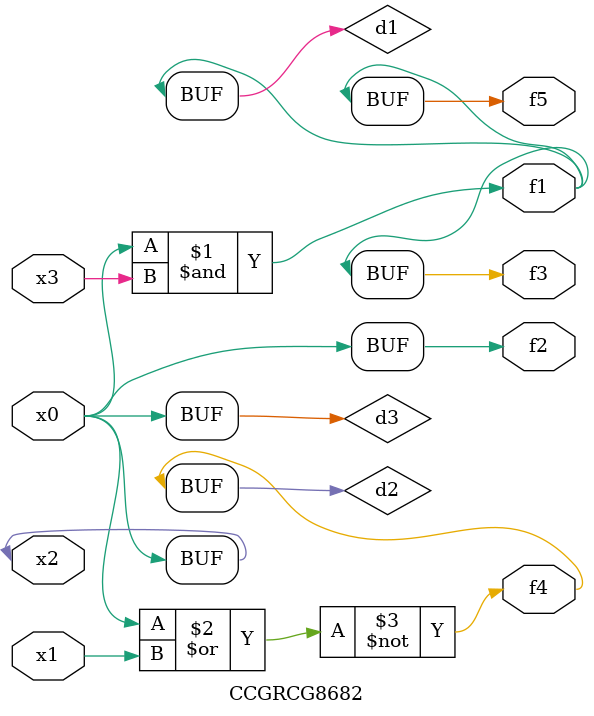
<source format=v>
module CCGRCG8682(
	input x0, x1, x2, x3,
	output f1, f2, f3, f4, f5
);

	wire d1, d2, d3;

	and (d1, x2, x3);
	nor (d2, x0, x1);
	buf (d3, x0, x2);
	assign f1 = d1;
	assign f2 = d3;
	assign f3 = d1;
	assign f4 = d2;
	assign f5 = d1;
endmodule

</source>
